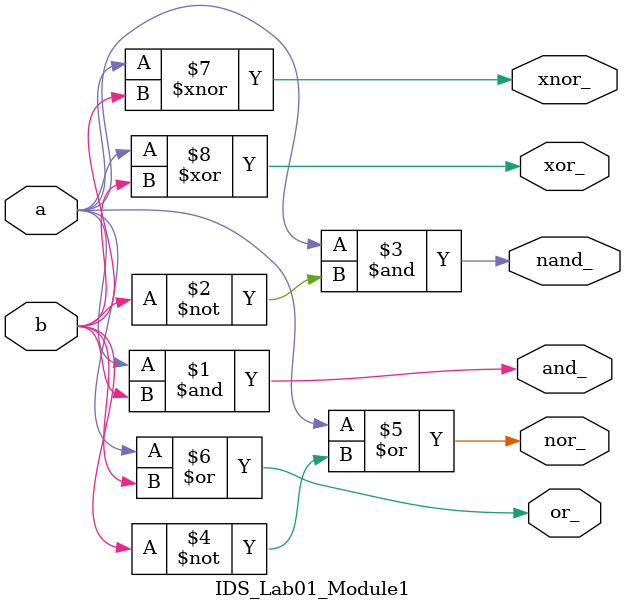
<source format=v>
`timescale 1ns / 1ps
module IDS_Lab01_Module1(
    input a,
    input b,
    output and_,
    output nand_,
    output nor_,
    output or_,
    output xnor_,
    output xor_
    );

	assign and_ = a & b;
	assign nand_ = (a &~ b);
	assign nor_ = (a |~ b);
	assign or_ = a | b;
	assign xnor_ = a ^~ b;
	assign xor_ = a ^ b;
endmodule

</source>
